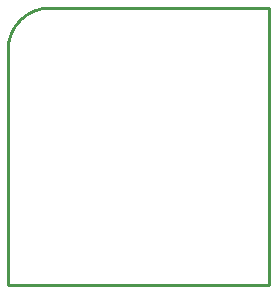
<source format=gbr>
G04 start of page 4 for group 2 idx 2 *
G04 Title: encoder, outline *
G04 Creator: pcb 20140316 *
G04 CreationDate: Mon 15 Jan 2018 02:12:54 AM GMT UTC *
G04 For: brian *
G04 Format: Gerber/RS-274X *
G04 PCB-Dimensions (mil): 1250.00 1300.00 *
G04 PCB-Coordinate-Origin: lower left *
%MOIN*%
%FSLAX25Y25*%
%LNOUTLINE*%
%ADD38C,0.0100*%
G54D38*X30000Y109500D02*Y31000D01*
X117000D02*Y123500D01*
X44000D02*X117000D01*
X30000Y31000D02*X117000D01*
X44000Y123500D02*G75*G03X30000Y109500I0J-14000D01*G01*
M02*

</source>
